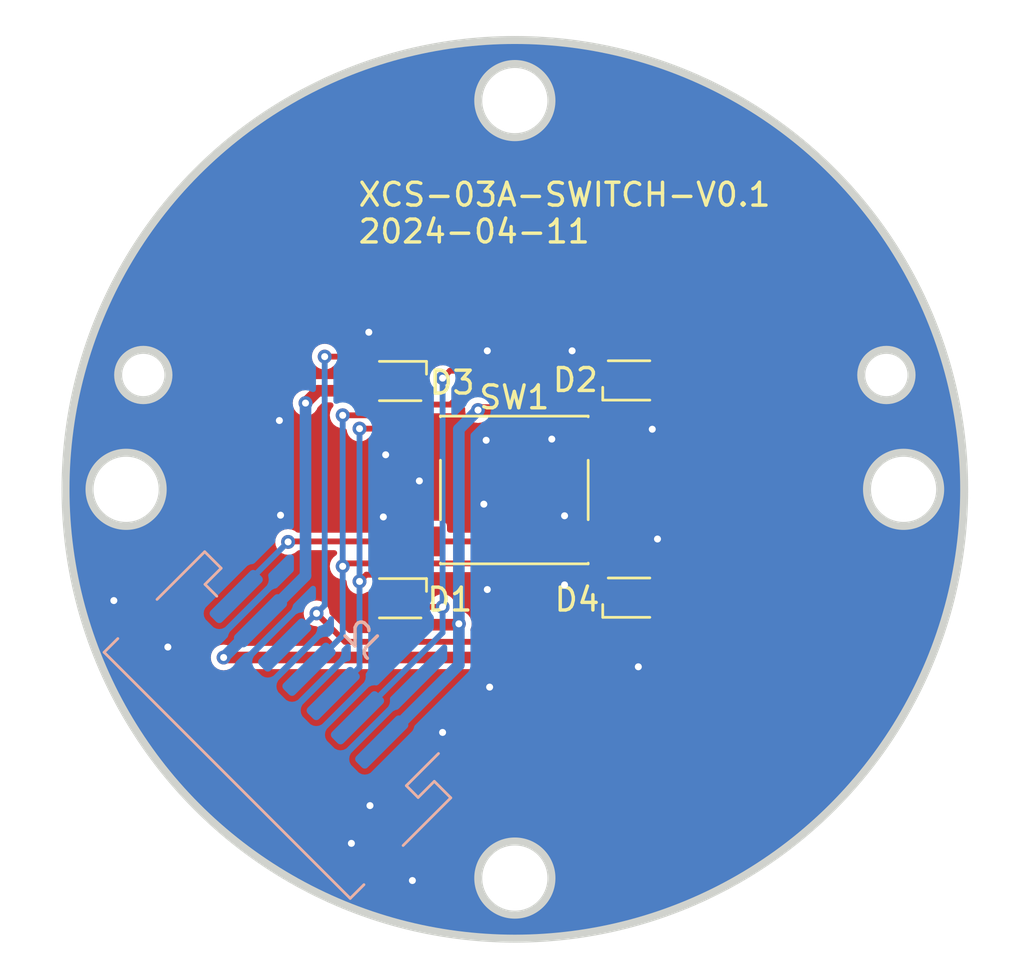
<source format=kicad_pcb>
(kicad_pcb (version 20240108) (generator "pcbnew") (generator_version "8.0")
  (title_block (title "XCS-03A-SWITCH") (date "2024-04-11") (rev "V0.1") (company "Ovobot") (comment 1 "XCS-03A-SWITCH,39.3x39.3x1.6mm ,FR4,2层,绿油白字,无铅喷锡"))
  (layers (0 "F.Cu" signal) (31 "B.Cu" signal) (34 "B.Paste" user) (35 "F.Paste" user) (36 "B.SilkS" user "B.Silkscreen") (37 "F.SilkS" user "F.Silkscreen") (38 "B.Mask" user) (39 "F.Mask" user) (44 "Edge.Cuts" user))
  (net 0 "")
  (net 1 "+3V3")
  (net 2 "Net-(D1-K1)")
  (net 3 "Net-(D1-K2)")
  (net 4 "/24V")
  (net 5 "/CHG_ON_LED")
  (net 6 "/CHG_DONE_LED")
  (net 7 "GND")
  (net 8 "/START")
  (footprint "Ovo_LED_SMD:LED_Dual_1.6x1.5mm" (layer "F.Cu") (at 140.6652 92.6338 180)
    (property "Reference" "D2" (at 2.3468 0.0186 0) (layer "F.SilkS"))
    (property "Value" "LED_Dual_Red_Blue")
    (fp_line (start 1.15 -0.86) (end 1.15 -0.3) (stroke (width 0.12)) (layer "F.SilkS"))
    (fp_line (start -0.91 0.86) (end 0.91 0.86) (stroke (width 0.12)) (layer "F.SilkS"))
    (fp_line (start -0.91 -0.86) (end 1.15 -0.86) (stroke (width 0.12)) (layer "F.SilkS"))
    (pad "1" smd rect (at -0.625 0.425 180) (size 0.8 0.65) (layers "F.Cu" "F.Paste" "F.Mask") (net 1 "+3V3"))
    (pad "2" smd rect (at 0.625 0.425 180) (size 0.8 0.65) (layers "F.Cu" "F.Paste" "F.Mask") (net 2 "Net-(D1-K1)"))
    (pad "3" smd rect (at -0.625 -0.425 180) (size 0.8 0.65) (layers "F.Cu" "F.Paste" "F.Mask") (net 1 "+3V3"))
    (pad "4" smd rect (at 0.625 -0.425 180) (size 0.8 0.65) (layers "F.Cu" "F.Paste" "F.Mask") (net 3 "Net-(D1-K2)"))
  )
  (footprint "Ovo_LED_SMD:LED_Dual_1.6x1.5mm" (layer "F.Cu") (at 130.6576 92.6592)
    (property "Reference" "D3" (at 2.2706 0.0694 0) (layer "F.SilkS"))
    (property "Value" "LED_Dual_Orange_Green")
    (fp_line (start -0.91 -0.86) (end 1.15 -0.86) (stroke (width 0.12)) (layer "F.SilkS"))
    (fp_line (start -0.91 0.86) (end 0.91 0.86) (stroke (width 0.12)) (layer "F.SilkS"))
    (fp_line (start 1.15 -0.86) (end 1.15 -0.3) (stroke (width 0.12)) (layer "F.SilkS"))
    (pad "1" smd rect (at -0.625 0.425) (size 0.8 0.65) (layers "F.Cu" "F.Paste" "F.Mask") (net 4 "/24V"))
    (pad "2" smd rect (at 0.625 0.425) (size 0.8 0.65) (layers "F.Cu" "F.Paste" "F.Mask") (net 5 "/CHG_ON_LED"))
    (pad "3" smd rect (at -0.625 -0.425) (size 0.8 0.65) (layers "F.Cu" "F.Paste" "F.Mask") (net 4 "/24V"))
    (pad "4" smd rect (at 0.625 -0.425) (size 0.8 0.65) (layers "F.Cu" "F.Paste" "F.Mask") (net 6 "/CHG_DONE_LED"))
  )
  (footprint "Ovo_LED_SMD:LED_Dual_1.6x1.5mm" (layer "F.Cu") (at 140.6652 102.1334 180)
    (property "Reference" "D4" (at 2.2706 -0.083 0) (layer "F.SilkS"))
    (property "Value" "LED_Dual_Orange_Green")
    (fp_line (start 1.15 -0.86) (end 1.15 -0.3) (stroke (width 0.12)) (layer "F.SilkS"))
    (fp_line (start -0.91 0.86) (end 0.91 0.86) (stroke (width 0.12)) (layer "F.SilkS"))
    (fp_line (start -0.91 -0.86) (end 1.15 -0.86) (stroke (width 0.12)) (layer "F.SilkS"))
    (pad "1" smd rect (at -0.625 0.425 180) (size 0.8 0.65) (layers "F.Cu" "F.Paste" "F.Mask") (net 4 "/24V"))
    (pad "2" smd rect (at 0.625 0.425 180) (size 0.8 0.65) (layers "F.Cu" "F.Paste" "F.Mask") (net 5 "/CHG_ON_LED"))
    (pad "3" smd rect (at -0.625 -0.425 180) (size 0.8 0.65) (layers "F.Cu" "F.Paste" "F.Mask") (net 4 "/24V"))
    (pad "4" smd rect (at 0.625 -0.425 180) (size 0.8 0.65) (layers "F.Cu" "F.Paste" "F.Mask") (net 6 "/CHG_DONE_LED"))
  )
  (footprint "Button_Switch_SMD:SW_Push_1P1T_NO_6x6mm_H9.5mm" (layer "F.Cu") (at 135.6486 97.4238)
    (property "Reference" "SW1" (at 0 -4.05 0) (layer "F.SilkS"))
    (property "Value" "6x6x5mm")
    (fp_line (start -3.23 -3.23) (end 3.23 -3.23) (stroke (width 0.12)) (layer "F.SilkS"))
    (fp_line (start -3.23 -3.2) (end -3.23 -3.23) (stroke (width 0.12)) (layer "F.SilkS"))
    (fp_line (start -3.23 -1.3) (end -3.23 1.3) (stroke (width 0.12)) (layer "F.SilkS"))
    (fp_line (start -3.23 3.23) (end -3.23 3.2) (stroke (width 0.12)) (layer "F.SilkS"))
    (fp_line (start -3.23 3.23) (end 3.23 3.23) (stroke (width 0.12)) (layer "F.SilkS"))
    (fp_line (start 3.23 -3.23) (end 3.23 -3.2) (stroke (width 0.12)) (layer "F.SilkS"))
    (fp_line (start 3.23 -1.3) (end 3.23 1.3) (stroke (width 0.12)) (layer "F.SilkS"))
    (fp_line (start 3.23 3.23) (end 3.23 3.2) (stroke (width 0.12)) (layer "F.SilkS"))
    (pad "1" smd rect (at -3.975 -2.25) (size 1.55 1.3) (layers "F.Cu" "F.Paste" "F.Mask") (net 7 "GND"))
    (pad "1" smd rect (at 3.975 -2.25) (size 1.55 1.3) (layers "F.Cu" "F.Paste" "F.Mask") (net 7 "GND"))
    (pad "2" smd rect (at -3.975 2.25) (size 1.55 1.3) (layers "F.Cu" "F.Paste" "F.Mask") (net 8 "/START"))
    (pad "2" smd rect (at 3.975 2.25) (size 1.55 1.3) (layers "F.Cu" "F.Paste" "F.Mask") (net 8 "/START"))
  )
  (footprint "Ovo_LED_SMD:LED_Dual_1.6x1.5mm" (layer "F.Cu") (at 130.6576 102.1588)
    (property "Reference" "D1" (at 2.169 0.0576 0) (layer "F.SilkS"))
    (property "Value" "LED_Dual_Red_Blue")
    (fp_line (start -0.91 -0.86) (end 1.15 -0.86) (stroke (width 0.12)) (layer "F.SilkS"))
    (fp_line (start -0.91 0.86) (end 0.91 0.86) (stroke (width 0.12)) (layer "F.SilkS"))
    (fp_line (start 1.15 -0.86) (end 1.15 -0.3) (stroke (width 0.12)) (layer "F.SilkS"))
    (pad "1" smd rect (at -0.625 0.425) (size 0.8 0.65) (layers "F.Cu" "F.Paste" "F.Mask") (net 1 "+3V3"))
    (pad "2" smd rect (at 0.625 0.425) (size 0.8 0.65) (layers "F.Cu" "F.Paste" "F.Mask") (net 2 "Net-(D1-K1)"))
    (pad "3" smd rect (at -0.625 -0.425) (size 0.8 0.65) (layers "F.Cu" "F.Paste" "F.Mask") (net 1 "+3V3"))
    (pad "4" smd rect (at 0.625 -0.425) (size 0.8 0.65) (layers "F.Cu" "F.Paste" "F.Mask") (net 3 "Net-(D1-K2)"))
  )
  (footprint "Ovo_Connector_JST:JST_ZH_S8B-ZR-SM4-TF_1x08-1MP_P1.50mm_Horizontal" (layer "B.Cu") (at 126.032754 106.961447 135)
    (property "Reference" "J2" (at 0 4.25 135) (layer "B.SilkS") (effects (justify mirror)))
    (property "Value" "ZH1.5MM/8AWSMT")
    (fp_line (start 7.61 -4.16) (end -7.61 -4.16) (stroke (width 0.12)) (layer "B.SilkS"))
    (fp_line (start 7.61 -3.31) (end 7.61 -4.16) (stroke (width 0.12)) (layer "B.SilkS"))
    (fp_line (start 7.610001 2.06) (end 7.610001 -0.89) (stroke (width 0.12)) (layer "B.SilkS"))
    (fp_line (start 6.59 1.06) (end 6.59 2.06) (stroke (width 0.12)) (layer "B.SilkS"))
    (fp_line (start 5.86 1.06) (end 6.59 1.06) (stroke (width 0.12)) (layer "B.SilkS"))
    (fp_line (start 6.59 2.06) (end 7.610001 2.06) (stroke (width 0.12)) (layer "B.SilkS"))
    (fp_line (start -7.61 -4.16) (end -7.61 -3.31) (stroke (width 0.12)) (layer "B.SilkS"))
    (fp_line (start -5.86 1.06) (end -6.59 1.06) (stroke (width 0.12)) (layer "B.SilkS"))
    (fp_line (start -6.59 1.06) (end -6.59 2.06) (stroke (width 0.12)) (layer "B.SilkS"))
    (fp_line (start -6.59 2.06) (end -7.610001 2.06) (stroke (width 0.12)) (layer "B.SilkS"))
    (fp_line (start -5.86 3.05) (end -5.86 1.06) (stroke (width 0.12)) (layer "B.SilkS"))
    (fp_line (start -7.610001 2.06) (end -7.610001 -0.89) (stroke (width 0.12)) (layer "B.SilkS"))
    (pad "1" smd roundrect (at -5.25 1.65 135) (size 0.7 2.8) (layers "B.Cu" "B.Paste" "B.Mask") (net 7 "GND"))
    (pad "2" smd roundrect (at -3.75 1.65 135) (size 0.7 2.8) (layers "B.Cu" "B.Paste" "B.Mask") (net 1 "+3V3"))
    (pad "3" smd roundrect (at -2.25 1.65 135) (size 0.7 2.8) (layers "B.Cu" "B.Paste" "B.Mask") (net 2 "Net-(D1-K1)"))
    (pad "4" smd roundrect (at -0.75 1.65 135) (size 0.7 2.8) (layers "B.Cu" "B.Paste" "B.Mask") (net 3 "Net-(D1-K2)"))
    (pad "5" smd roundrect (at 0.75 1.65 135) (size 0.7 2.8) (layers "B.Cu" "B.Paste" "B.Mask") (net 5 "/CHG_ON_LED"))
    (pad "6" smd roundrect (at 2.25 1.65 135) (size 0.7 2.8) (layers "B.Cu" "B.Paste" "B.Mask") (net 6 "/CHG_DONE_LED"))
    (pad "7" smd roundrect (at 3.75 1.65 135) (size 0.7 2.8) (layers "B.Cu" "B.Paste" "B.Mask") (net 4 "/24V"))
    (pad "8" smd roundrect (at 5.25 1.65 135) (size 0.7 2.8) (layers "B.Cu" "B.Paste" "B.Mask") (net 8 "/START"))
    (pad "MP" smd roundrect (at -7.2 -2.1 135) (size 1.1 1.9) (layers "B.Cu" "B.Paste" "B.Mask") (roundrect_rratio 0.227273) (net 7 "GND"))
    (pad "MP" smd roundrect (at 7.2 -2.1 135) (size 1.1 1.9) (layers "B.Cu" "B.Paste" "B.Mask") (roundrect_rratio 0.227273) (net 7 "GND"))
  )
  (gr_circle (center 152.6718 97.3954) (end 154.2718 97.3954) (stroke (width 0.35)) (fill none) (layer "Edge.Cuts"))
  (gr_circle (center 135.6718 97.3954) (end 155.3218 97.3954) (stroke (width 0.35)) (fill none) (layer "Edge.Cuts"))
  (gr_circle (center 119.423753 92.3954) (end 120.523753 92.3954) (stroke (width 0.35)) (fill none) (layer "Edge.Cuts"))
  (gr_circle (center 135.6718 114.3954) (end 137.2718 114.3954) (stroke (width 0.35)) (fill none) (layer "Edge.Cuts"))
  (gr_circle (center 135.6718 80.3954) (end 137.2718 80.3954) (stroke (width 0.35)) (fill none) (layer "Edge.Cuts"))
  (gr_circle (center 151.919847 92.3954) (end 153.019847 92.3954) (stroke (width 0.35)) (fill none) (layer "Edge.Cuts"))
  (gr_circle (center 118.6718 97.3954) (end 120.2718 97.3954) (stroke (width 0.35)) (fill none) (layer "Edge.Cuts"))
  (gr_text "XCS-03A-SWITCH-${REVISION}\n${ISSUE_DATE}" (at 128.745 85.316 0) (layer "F.SilkS") (effects (font (size 1 1)) (justify left)))
  (segment (start 130.0326 102.8716) (end 130.0326 102.5838) (width 0.508) (layer "F.Cu") (net 1))
  (segment (start 130.4762 103.3152) (end 130.0326 102.8716) (width 0.508) (layer "F.Cu") (net 1))
  (segment (start 133.223 103.2759) (end 133.1837 103.3152) (width 0.508) (layer "F.Cu") (net 1))
  (segment (start 130.0326 102.5838) (end 130.0326 101.7338) (width 0.508) (layer "F.Cu") (net 1))
  (segment (start 134.0612 93.9292) (end 140.7414 93.9292) (width 0.508) (layer "F.Cu") (net 1))
  (segment (start 140.7414 93.9292) (end 141.2902 93.3804) (width 0.508) (layer "F.Cu") (net 1))
  (segment (start 133.1837 103.3152) (end 130.4762 103.3152) (width 0.508) (layer "F.Cu") (net 1))
  (segment (start 141.2902 93.3804) (end 141.2902 93.0588) (width 0.508) (layer "F.Cu") (net 1))
  (segment (start 141.2902 93.0588) (end 141.2902 92.2088) (width 0.508) (layer "F.Cu") (net 1))
  (via (at 134.0612 93.9292) (size 0.6096) (drill 0.3048) (layers "F.Cu" "B.Cu") (net 1))
  (via (at 133.223 103.2759) (size 0.6096) (drill 0.3048) (layers "F.Cu" "B.Cu") (net 1))
  (segment (start 133.223 103.2759) (end 133.223 105.074502) (width 0.508) (layer "B.Cu") (net 1))
  (segment (start 134.0612 93.9292) (end 133.223 94.7674) (width 0.508) (layer "B.Cu") (net 1))
  (segment (start 133.223 94.7674) (end 133.223 103.2759) (width 0.508) (layer "B.Cu") (net 1))
  (segment (start 133.223 105.074502) (end 129.851131 108.446371) (width 0.508) (layer "B.Cu") (net 1))
  (segment (start 131.3266 102.5398) (end 131.2826 102.5838) (width 0.254) (layer "F.Cu") (net 2))
  (segment (start 132.5118 92.5322) (end 132.8352 92.2088) (width 0.254) (layer "F.Cu") (net 2))
  (segment (start 132.8352 92.2088) (end 140.0402 92.2088) (width 0.254) (layer "F.Cu") (net 2))
  (segment (start 132.5118 102.5398) (end 131.3266 102.5398) (width 0.254) (layer "F.Cu") (net 2))
  (via (at 132.5118 102.5398) (size 0.6096) (drill 0.3048) (layers "F.Cu" "B.Cu") (net 2))
  (via (at 132.5118 92.5322) (size 0.6096) (drill 0.3048) (layers "F.Cu" "B.Cu") (net 2))
  (segment (start 132.5118 103.664381) (end 132.5118 103.6066) (width 0.254) (layer "B.Cu") (net 2))
  (segment (start 128.79047 107.385711) (end 132.5118 103.664381) (width 0.254) (layer "B.Cu") (net 2))
  (segment (start 132.5118 102.5398) (end 132.5118 92.5322) (width 0.254) (layer "B.Cu") (net 2))
  (segment (start 132.5118 103.6066) (end 132.5118 102.5398) (width 0.254) (layer "B.Cu") (net 2))
  (segment (start 128.8796 101.4222) (end 129.1724 101.1294) (width 0.254) (layer "F.Cu") (net 3))
  (segment (start 129.1724 101.1294) (end 130.6782 101.1294) (width 0.254) (layer "F.Cu") (net 3))
  (segment (start 131.252936 93.6886) (end 132.854 93.6886) (width 0.254) (layer "F.Cu") (net 3))
  (segment (start 130.6782 101.1294) (end 131.2826 101.7338) (width 0.254) (layer "F.Cu") (net 3))
  (segment (start 132.854 93.6886) (end 133.4838 93.0588) (width 0.254) (layer "F.Cu") (net 3))
  (segment (start 130.200036 94.7415) (end 131.252936 93.6886) (width 0.254) (layer "F.Cu") (net 3))
  (segment (start 133.4838 93.0588) (end 140.0402 93.0588) (width 0.254) (layer "F.Cu") (net 3))
  (segment (start 128.8796 94.7415) (end 130.200036 94.7415) (width 0.254) (layer "F.Cu") (net 3))
  (via (at 128.8796 94.7415) (size 0.6096) (drill 0.3048) (layers "F.Cu" "B.Cu") (net 3))
  (via (at 128.8796 101.4222) (size 0.6096) (drill 0.3048) (layers "F.Cu" "B.Cu") (net 3))
  (segment (start 127.72981 106.325051) (end 128.8796 105.175261) (width 0.254) (layer "B.Cu") (net 3))
  (segment (start 128.8796 105.175261) (end 128.8796 101.4222) (width 0.254) (layer "B.Cu") (net 3))
  (segment (start 128.8796 101.4222) (end 128.8796 94.7415) (width 0.254) (layer "B.Cu") (net 3))
  (segment (start 141.2902 101.7084) (end 141.2902 102.5584) (width 0.508) (layer "F.Cu") (net 4))
  (segment (start 141.2902 102.8462) (end 139.3868 104.7496) (width 0.508) (layer "F.Cu") (net 4))
  (segment (start 126.5174 93.6244) (end 127.0576 93.0842) (width 0.508) (layer "F.Cu") (net 4))
  (segment (start 127.0576 93.0842) (end 130.0326 93.0842) (width 0.508) (layer "F.Cu") (net 4))
  (segment (start 139.3868 104.7496) (end 122.936 104.7496) (width 0.508) (layer "F.Cu") (net 4))
  (segment (start 130.0326 93.0842) (end 130.0326 92.2342) (width 0.508) (layer "F.Cu") (net 4))
  (segment (start 141.2902 102.5584) (end 141.2902 102.8462) (width 0.508) (layer "F.Cu") (net 4))
  (via (at 126.5174 93.6244) (size 0.6096) (drill 0.3048) (layers "F.Cu" "B.Cu") (net 4))
  (via (at 122.936 104.7496) (size 0.6096) (drill 0.3048) (layers "F.Cu" "B.Cu") (net 4))
  (segment (start 122.936 104.7496) (end 122.9413 104.7496) (width 0.508) (layer "B.Cu") (net 4))
  (segment (start 122.9413 104.7496) (end 124.54783 103.14307) (width 0.508) (layer "B.Cu") (net 4))
  (segment (start 126.5174 101.1735) (end 124.54783 103.14307) (width 0.508) (layer "B.Cu") (net 4))
  (segment (start 126.5174 93.6244) (end 126.5174 101.1735) (width 0.508) (layer "B.Cu") (net 4))
  (segment (start 128.143 100.7618) (end 128.27 100.6348) (width 0.254) (layer "F.Cu") (net 5))
  (segment (start 130.209 94.1578) (end 131.2826 93.0842) (width 0.254) (layer "F.Cu") (net 5))
  (segment (start 128.143 94.1578) (end 130.209 94.1578) (width 0.254) (layer "F.Cu") (net 5))
  (segment (start 128.27 100.6348) (end 138.9666 100.6348) (width 0.254) (layer "F.Cu") (net 5))
  (segment (start 138.9666 100.6348) (end 140.0402 101.7084) (width 0.254) (layer "F.Cu") (net 5))
  (via (at 128.143 100.7618) (size 0.6096) (drill 0.3048) (layers "F.Cu" "B.Cu") (net 5))
  (via (at 128.143 94.1578) (size 0.6096) (drill 0.3048) (layers "F.Cu" "B.Cu") (net 5))
  (segment (start 126.66915 105.264391) (end 128.143 103.790541) (width 0.254) (layer "B.Cu") (net 5))
  (segment (start 128.143 103.790541) (end 128.143 94.1578) (width 0.254) (layer "B.Cu") (net 5))
  (segment (start 130.6408 91.5924) (end 131.2826 92.2342) (width 0.254) (layer "F.Cu") (net 6))
  (segment (start 128.2446 104.0638) (end 138.5348 104.0638) (width 0.254) (layer "F.Cu") (net 6))
  (segment (start 127 102.8192) (end 128.2446 104.0638) (width 0.254) (layer "F.Cu") (net 6))
  (segment (start 127.3556 91.5924) (end 130.6408 91.5924) (width 0.254) (layer "F.Cu") (net 6))
  (segment (start 138.5348 104.0638) (end 140.0402 102.5584) (width 0.254) (layer "F.Cu") (net 6))
  (via (at 127.3556 91.5924) (size 0.6096) (drill 0.3048) (layers "F.Cu" "B.Cu") (net 6))
  (via (at 127 102.8192) (size 0.6096) (drill 0.3048) (layers "F.Cu" "B.Cu") (net 6))
  (segment (start 125.615469 104.203731) (end 127 102.8192) (width 0.254) (layer "B.Cu") (net 6))
  (segment (start 127.3556 102.4636) (end 127 102.8192) (width 0.254) (layer "B.Cu") (net 6))
  (segment (start 127.3556 91.5924) (end 127.3556 102.4636) (width 0.254) (layer "B.Cu") (net 6))
  (segment (start 125.60849 104.203731) (end 125.615469 104.203731) (width 0.254) (layer "B.Cu") (net 6))
  (via (at 141.9098 99.568) (size 0.6096) (drill 0.3048) (layers "F.Cu" "B.Cu") (net 7))
  (via (at 129.921 98.6028) (size 0.6096) (drill 0.3048) (layers "F.Cu" "B.Cu") (net 7))
  (via (at 129.3368 111.2266) (size 0.6096) (drill 0.3048) (layers "F.Cu" "B.Cu") (net 7))
  (via (at 118.1354 102.2604) (size 0.6096) (drill 0.3048) (layers "F.Cu" "B.Cu") (net 7))
  (via (at 134.4676 91.3384) (size 0.6096) (drill 0.3048) (layers "F.Cu" "B.Cu") (net 7))
  (via (at 125.4252 98.5266) (size 0.6096) (drill 0.3048) (layers "F.Cu" "B.Cu") (net 7))
  (via (at 137.8458 101.5746) (size 0.6096) (drill 0.3048) (layers "F.Cu" "B.Cu") (net 7))
  (via (at 141.0716 105.156) (size 0.6096) (drill 0.3048) (layers "F.Cu" "B.Cu") (net 7))
  (via (at 137.287 95.1992) (size 0.6096) (drill 0.3048) (layers "F.Cu" "B.Cu") (net 7))
  (via (at 128.524 112.8776) (size 0.6096) (drill 0.3048) (layers "F.Cu" "B.Cu") (net 7))
  (via (at 125.3744 94.3864) (size 0.6096) (drill 0.3048) (layers "F.Cu" "B.Cu") (net 7))
  (via (at 137.8458 98.552) (size 0.6096) (drill 0.3048) (layers "F.Cu" "B.Cu") (net 7))
  (via (at 120.4976 104.2924) (size 0.6096) (drill 0.3048) (layers "F.Cu" "B.Cu") (net 7))
  (via (at 134.4676 101.7778) (size 0.6096) (drill 0.3048) (layers "F.Cu" "B.Cu") (net 7))
  (via (at 131.4958 97.028) (size 0.6096) (drill 0.3048) (layers "F.Cu" "B.Cu") (net 7))
  (via (at 134.4168 95.25) (size 0.6096) (drill 0.3048) (layers "F.Cu" "B.Cu") (net 7))
  (via (at 141.6812 94.7674) (size 0.6096) (drill 0.3048) (layers "F.Cu" "B.Cu") (net 7))
  (via (at 132.5118 108.0262) (size 0.6096) (drill 0.3048) (layers "F.Cu" "B.Cu") (net 7))
  (via (at 131.191 114.5032) (size 0.6096) (drill 0.3048) (layers "F.Cu" "B.Cu") (net 7))
  (via (at 138.176 91.3384) (size 0.6096) (drill 0.3048) (layers "F.Cu" "B.Cu") (net 7))
  (via (at 129.286 90.5256) (size 0.6096) (drill 0.3048) (layers "F.Cu" "B.Cu") (net 7))
  (via (at 134.5692 106.045) (size 0.6096) (drill 0.3048) (layers "F.Cu" "B.Cu") (net 7))
  (via (at 134.3152 98.044) (size 0.6096) (drill 0.3048) (layers "F.Cu" "B.Cu") (net 7))
  (via (at 130.0226 95.885) (size 0.6096) (drill 0.3048) (layers "F.Cu" "B.Cu") (net 7))
  (segment (start 131.6736 99.6738) (end 125.7766 99.6738) (width 0.254) (layer "F.Cu") (net 8))
  (segment (start 125.7766 99.6738) (end 125.7554 99.695) (width 0.254) (layer "F.Cu") (net 8))
  (segment (start 131.6736 99.6738) (end 139.6236 99.6738) (width 0.254) (layer "F.Cu") (net 8))
  (via (at 125.7554 99.695) (size 0.6096) (drill 0.3048) (layers "F.Cu" "B.Cu") (net 8))
  (segment (start 123.48717 101.96323) (end 123.48717 102.08241) (width 0.254) (layer "B.Cu") (net 8))
  (segment (start 125.7554 99.695) (end 123.48717 101.96323) (width 0.254) (layer "B.Cu") (net 8))
  (zone (net 7) (net_name "GND") (layers "F&B.Cu") (connect_pads yes (clearance 0.254)) (min_thickness 0.25) (fill yes (thermal_gap 0.5) (thermal_bridge_width 0.5))
    (polygon (pts (xy 113.3856 76.1746) (xy 157.861 75.9968) (xy 157.9372 118.4656) (xy 113.157 118.3894)))
  )
)
</source>
